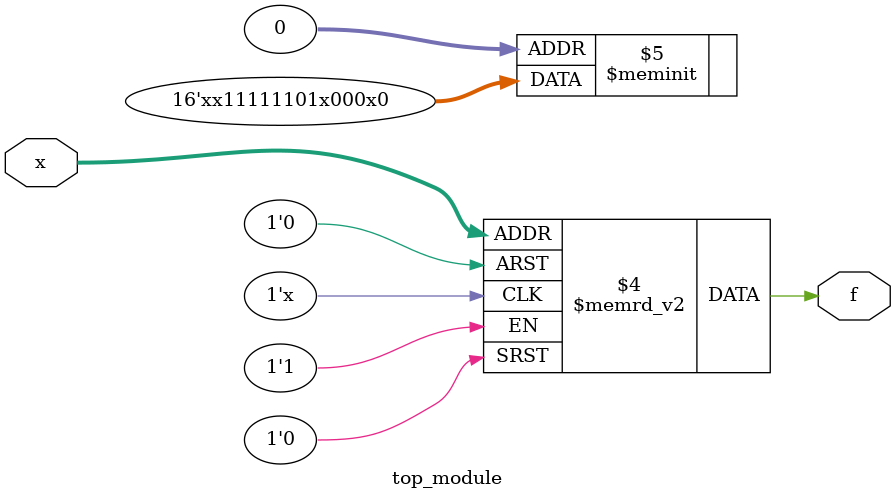
<source format=sv>
module top_module (
    input [4:1] x,
    output logic f
);

    always @(*) begin
        case (x)
            4'b0000, 4'b0010, 4'b0011, 4'b0100, 4'b0111: f = 0;
            4'b0110, 4'b1000, 4'b1001, 4'b1010, 4'b1011, 4'b1100, 4'b1101: f = 1;
            default: f = 1'bx;  // Don't-care or undefined cases
        endcase
    end

endmodule

</source>
